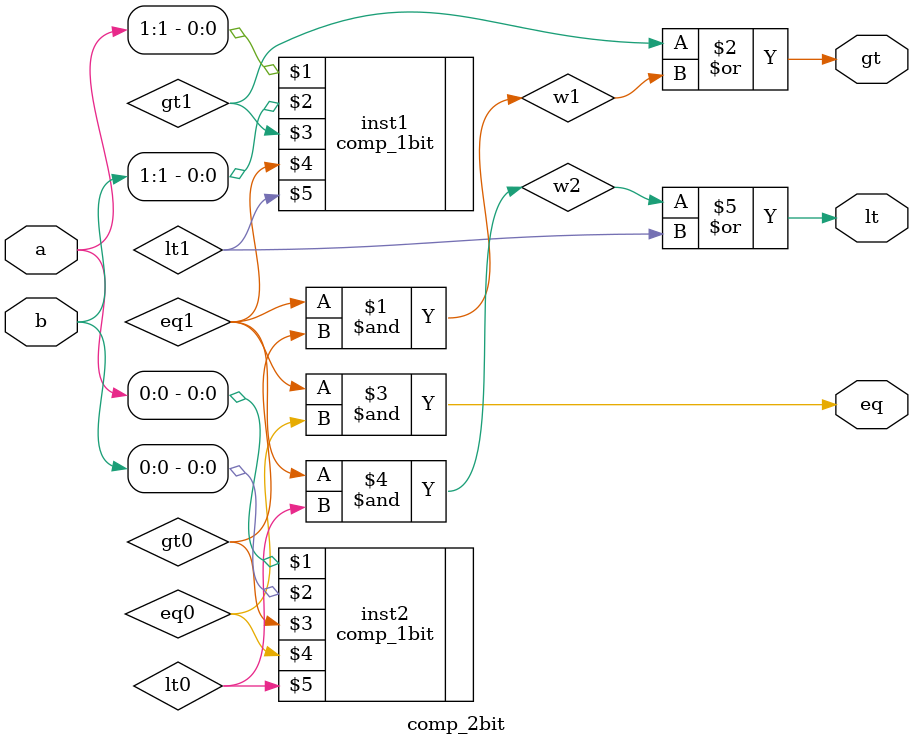
<source format=v>
/*****************************************************************
gt = (a[1]>b[1]) || ((a[1]==b[1]) && (a[0]>b[0]));
eq = (a[1]==b[1]) && (a[0]==b[0]);
lt = (a[1]<b[1]) || ((a[1]==b[1]) && (a[0]<b[0]));
***********************************************************************************/
`include "../1-bit/comp_1bit_behv.v"

module comp_2bit (a,b,gt,eq,lt);
input [1:0] a,b;
output gt,eq,lt;

wire gt0,gt1,eq0,eq1,lt0,lt1,w1,w2; 

comp_1bit inst1(a[1],b[1],gt1,eq1,lt1);
comp_1bit inst2(a[0],b[0],gt0,eq0,lt0);
//gt logic
and (w1,eq1,gt0);
or (gt,gt1,w1);
//eq logic
and (eq,eq1,eq0);
//lt logic 
and (w2,eq1,lt0);
or (lt,w2,lt1);

endmodule 


 
</source>
